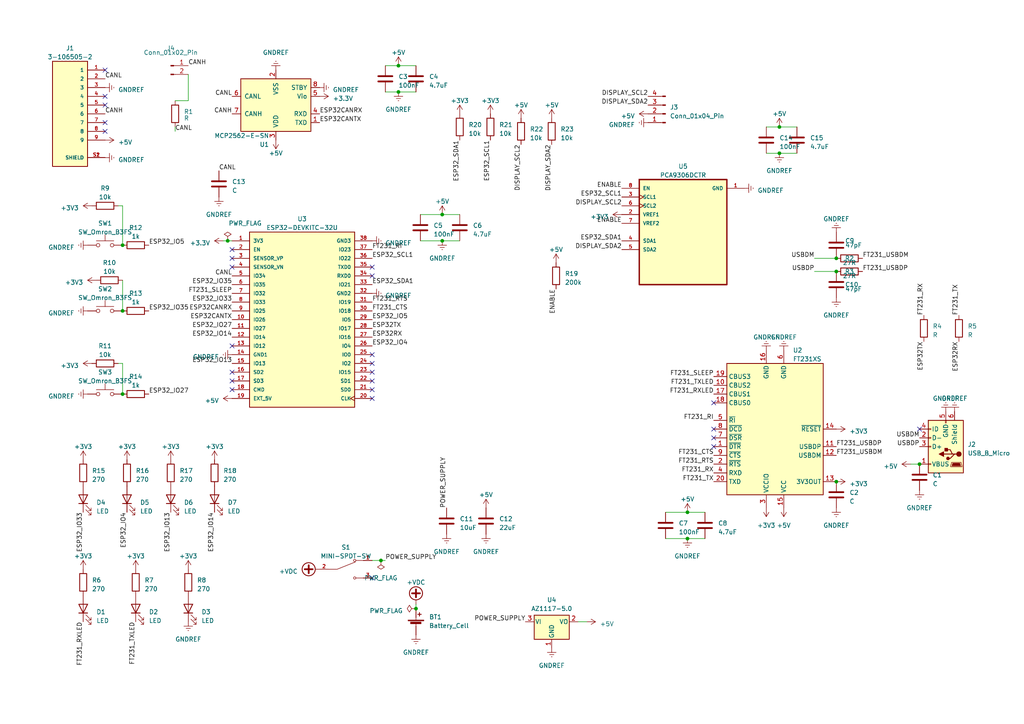
<source format=kicad_sch>
(kicad_sch (version 20230121) (generator eeschema)
  (paper "A4")
  (lib_symbols
    (symbol "3-106505-2:3-106505-2" (pin_names (offset 1.016))
      (property "Reference" "J" (at -5.0901 15.7792 0))
      (property "Value" "3-106505-2" (at -5.0883 -17.5546 0))
      (symbol "3-106505-2_0_0"
        (rectangle (start -5.08 -15.24) (end 5.08 15.24) (stroke (width 0.254)) (fill (type background)))
        (pin passive line (at 10.16 12.7 180) (length 5.08) (name "1") (number "1"))
        (pin passive line (at 10.16 10.16 180) (length 5.08) (name "2") (number "2"))
        (pin passive line (at 10.16 7.62 180) (length 5.08) (name "3") (number "3"))
        (pin passive line (at 10.16 5.08 180) (length 5.08) (name "4") (number "4"))
        (pin passive line (at 10.16 2.54 180) (length 5.08) (name "5") (number "5"))
        (pin passive line (at 10.16 0 180) (length 5.08) (name "6") (number "6"))
        (pin passive line (at 10.16 -2.54 180) (length 5.08) (name "7") (number "7"))
        (pin passive line (at 10.16 -5.08 180) (length 5.08) (name "8") (number "8"))
        (pin passive line (at 10.16 -7.62 180) (length 5.08) (name "9") (number "9"))
        (pin passive line (at 10.16 -12.7 180) (length 5.08) (name "SHIELD") (number "S1"))
        (pin passive line (at 10.16 -12.7 180) (length 5.08) (name "SHIELD") (number "S2"))
      )
    )
    (symbol "Connector:Conn_01x02_Pin" (pin_names (offset 1.016) hide)
      (property "Reference" "J" (at 0 2.54 0))
      (property "Value" "Conn_01x02_Pin" (at 0 -5.08 0))
      (symbol "Conn_01x02_Pin_1_1"
        (polyline (pts (xy 1.27 -2.54) (xy 0.8636 -2.54)) (stroke (width 0.1524)))
        (polyline (pts (xy 1.27 0) (xy 0.8636 0)) (stroke (width 0.1524)))
        (rectangle (start 0.8636 -2.413) (end 0 -2.667) (stroke (width 0.1524)) (fill (type outline)))
        (rectangle (start 0.8636 0.127) (end 0 -0.127) (stroke (width 0.1524)) (fill (type outline)))
        (pin passive line (at 5.08 0 180) (length 3.81) (name "Pin_1") (number "1"))
        (pin passive line (at 5.08 -2.54 180) (length 3.81) (name "Pin_2") (number "2"))
      )
    )
    (symbol "Connector:Conn_01x04_Pin" (pin_names (offset 1.016) hide)
      (property "Reference" "J" (at 0 5.08 0))
      (property "Value" "Conn_01x04_Pin" (at 0 -7.62 0))
      (symbol "Conn_01x04_Pin_1_1"
        (polyline (pts (xy 1.27 -5.08) (xy 0.8636 -5.08)) (stroke (width 0.1524)))
        (polyline (pts (xy 1.27 -2.54) (xy 0.8636 -2.54)) (stroke (width 0.1524)))
        (polyline (pts (xy 1.27 0) (xy 0.8636 0)) (stroke (width 0.1524)))
        (polyline (pts (xy 1.27 2.54) (xy 0.8636 2.54)) (stroke (width 0.1524)))
        (rectangle (start 0.8636 -4.953) (end 0 -5.207) (stroke (width 0.1524)) (fill (type outline)))
        (rectangle (start 0.8636 -2.413) (end 0 -2.667) (stroke (width 0.1524)) (fill (type outline)))
        (rectangle (start 0.8636 0.127) (end 0 -0.127) (stroke (width 0.1524)) (fill (type outline)))
        (rectangle (start 0.8636 2.667) (end 0 2.413) (stroke (width 0.1524)) (fill (type outline)))
        (pin passive line (at 5.08 2.54 180) (length 3.81) (name "Pin_1") (number "1"))
        (pin passive line (at 5.08 0 180) (length 3.81) (name "Pin_2") (number "2"))
        (pin passive line (at 5.08 -2.54 180) (length 3.81) (name "Pin_3") (number "3"))
        (pin passive line (at 5.08 -5.08 180) (length 3.81) (name "Pin_4") (number "4"))
      )
    )
    (symbol "Connector:USB_B_Micro" (pin_names (offset 1.016))
      (property "Reference" "J" (at -5.08 11.43 0))
      (property "Value" "USB_B_Micro" (at -5.08 8.89 0))
      (symbol "USB_B_Micro_0_1"
        (rectangle (start -5.08 -7.62) (end 5.08 7.62) (stroke (width 0.254)) (fill (type background)))
        (circle (center -3.81 2.159) (radius 0.635) (stroke (width 0.254)) (fill (type outline)))
        (circle (center -0.635 3.429) (radius 0.381) (stroke (width 0.254)) (fill (type outline)))
        (rectangle (start -0.127 -7.62) (end 0.127 -6.858))
        (polyline (pts (xy -1.905 2.159) (xy 0.635 2.159)) (stroke (width 0.254)))
        (polyline (pts (xy -3.175 2.159) (xy -2.54 2.159) (xy -1.27 3.429) (xy -0.635 3.429)) (stroke (width 0.254)))
        (polyline (pts (xy -2.54 2.159) (xy -1.905 2.159) (xy -1.27 0.889) (xy 0 0.889)) (stroke (width 0.254)))
        (polyline (pts (xy 0.635 2.794) (xy 0.635 1.524) (xy 1.905 2.159) (xy 0.635 2.794)) (stroke (width 0.254)) (fill (type outline)))
        (polyline (pts (xy -4.318 5.588) (xy -1.778 5.588) (xy -2.032 4.826) (xy -4.064 4.826) (xy -4.318 5.588)) (fill (type outline)))
        (polyline (pts (xy -4.699 5.842) (xy -4.699 5.588) (xy -4.445 4.826) (xy -4.445 4.572) (xy -1.651 4.572) (xy -1.651 4.826) (xy -1.397 5.588) (xy -1.397 5.842) (xy -4.699 5.842)))
        (rectangle (start 0.254 1.27) (end -0.508 0.508) (stroke (width 0.254)) (fill (type outline)))
        (rectangle (start 5.08 -5.207) (end 4.318 -4.953))
        (rectangle (start 5.08 -2.667) (end 4.318 -2.413))
        (rectangle (start 5.08 -0.127) (end 4.318 0.127))
        (rectangle (start 5.08 4.953) (end 4.318 5.207))
      )
      (symbol "USB_B_Micro_1_1"
        (pin power_out line (at 7.62 5.08 180) (length 2.54) (name "VBUS") (number "1"))
        (pin bidirectional line (at 7.62 -2.54 180) (length 2.54) (name "D-") (number "2"))
        (pin bidirectional line (at 7.62 0 180) (length 2.54) (name "D+") (number "3"))
        (pin passive line (at 7.62 -5.08 180) (length 2.54) (name "ID") (number "4"))
        (pin power_out line (at 0 -10.16 90) (length 2.54) (name "GND") (number "5"))
        (pin passive line (at -2.54 -10.16 90) (length 2.54) (name "Shield") (number "6"))
      )
    )
    (symbol "Device:Battery_Cell" (pin_numbers hide) (pin_names (offset 0) hide)
      (property "Reference" "BT" (at 2.54 2.54 0))
      (property "Value" "Battery_Cell" (at 2.54 0 0))
      (symbol "Battery_Cell_0_1"
        (rectangle (start -2.286 1.778) (end 2.286 1.524) (fill (type outline)))
        (rectangle (start -1.5748 1.1938) (end 1.4732 0.6858) (fill (type outline)))
        (polyline (pts (xy 0 0.762) (xy 0 0)))
        (polyline (pts (xy 0 1.778) (xy 0 2.54)))
        (polyline (pts (xy 0.508 3.429) (xy 1.524 3.429)) (stroke (width 0.254)))
        (polyline (pts (xy 1.016 3.937) (xy 1.016 2.921)) (stroke (width 0.254)))
      )
      (symbol "Battery_Cell_1_1"
        (pin passive line (at 0 5.08 270) (length 2.54) (name "+") (number "1"))
        (pin passive line (at 0 -2.54 90) (length 2.54) (name "-") (number "2"))
      )
    )
    (symbol "Device:C" (pin_numbers hide) (pin_names (offset 0.254))
      (property "Reference" "C" (at 0.635 2.54 0))
      (property "Value" "C" (at 0.635 -2.54 0))
      (symbol "C_0_1"
        (polyline (pts (xy -2.032 -0.762) (xy 2.032 -0.762)) (stroke (width 0.508)))
        (polyline (pts (xy -2.032 0.762) (xy 2.032 0.762)) (stroke (width 0.508)))
      )
      (symbol "C_1_1"
        (pin passive line (at 0 3.81 270) (length 2.794) (name "~") (number "1"))
        (pin passive line (at 0 -3.81 90) (length 2.794) (name "~") (number "2"))
      )
    )
    (symbol "Device:LED" (pin_numbers hide) (pin_names (offset 1.016) hide)
      (property "Reference" "D" (at 0 2.54 0))
      (property "Value" "LED" (at 0 -2.54 0))
      (symbol "LED_0_1"
        (polyline (pts (xy -1.27 -1.27) (xy -1.27 1.27)) (stroke (width 0.254)))
        (polyline (pts (xy -1.27 0) (xy 1.27 0)))
        (polyline (pts (xy 1.27 -1.27) (xy 1.27 1.27) (xy -1.27 0) (xy 1.27 -1.27)) (stroke (width 0.254)))
        (polyline (pts (xy -3.048 -0.762) (xy -4.572 -2.286) (xy -3.81 -2.286) (xy -4.572 -2.286) (xy -4.572 -1.524)))
        (polyline (pts (xy -1.778 -0.762) (xy -3.302 -2.286) (xy -2.54 -2.286) (xy -3.302 -2.286) (xy -3.302 -1.524)))
      )
      (symbol "LED_1_1"
        (pin passive line (at -3.81 0 0) (length 2.54) (name "K") (number "1"))
        (pin passive line (at 3.81 0 180) (length 2.54) (name "A") (number "2"))
      )
    )
    (symbol "Device:R" (pin_numbers hide) (pin_names (offset 0))
      (property "Reference" "R" (at 2.032 0 90))
      (property "Value" "R" (at 0 0 90))
      (symbol "R_0_1"
        (rectangle (start -1.016 -2.54) (end 1.016 2.54) (stroke (width 0.254)))
      )
      (symbol "R_1_1"
        (pin passive line (at 0 3.81 270) (length 1.27) (name "~") (number "1"))
        (pin passive line (at 0 -3.81 90) (length 1.27) (name "~") (number "2"))
      )
    )
    (symbol "ESP32-DEVKITC-32U:ESP32-DEVKITC-32U" (pin_names (offset 1.016))
      (property "Reference" "U" (at -15.2572 26.0643 0))
      (property "Value" "ESP32-DEVKITC-32U" (at -15.2563 -27.9698 0))
      (symbol "ESP32-DEVKITC-32U_0_0"
        (rectangle (start -15.24 -25.4) (end 15.24 25.4) (stroke (width 0.254)) (fill (type background)))
        (pin power_in line (at -20.32 22.86 0) (length 5.08) (name "3V3") (number "1"))
        (pin bidirectional line (at -20.32 0 0) (length 5.08) (name "IO26") (number "10"))
        (pin bidirectional line (at -20.32 -2.54 0) (length 5.08) (name "IO27") (number "11"))
        (pin bidirectional line (at -20.32 -5.08 0) (length 5.08) (name "IO14") (number "12"))
        (pin bidirectional line (at -20.32 -7.62 0) (length 5.08) (name "IO12") (number "13"))
        (pin power_in line (at -20.32 -10.16 0) (length 5.08) (name "GND1") (number "14"))
        (pin bidirectional line (at -20.32 -12.7 0) (length 5.08) (name "IO13") (number "15"))
        (pin bidirectional line (at -20.32 -15.24 0) (length 5.08) (name "SD2") (number "16"))
        (pin bidirectional line (at -20.32 -17.78 0) (length 5.08) (name "SD3") (number "17"))
        (pin bidirectional line (at -20.32 -20.32 0) (length 5.08) (name "CMD") (number "18"))
        (pin power_in line (at -20.32 -22.86 0) (length 5.08) (name "EXT_5V") (number "19"))
        (pin input line (at -20.32 20.32 0) (length 5.08) (name "EN") (number "2"))
        (pin input clock (at 20.32 -22.86 180) (length 5.08) (name "CLK") (number "20"))
        (pin bidirectional line (at 20.32 -20.32 180) (length 5.08) (name "SD0") (number "21"))
        (pin bidirectional line (at 20.32 -17.78 180) (length 5.08) (name "SD1") (number "22"))
        (pin bidirectional line (at 20.32 -15.24 180) (length 5.08) (name "IO15") (number "23"))
        (pin bidirectional line (at 20.32 -12.7 180) (length 5.08) (name "IO2") (number "24"))
        (pin bidirectional line (at 20.32 -10.16 180) (length 5.08) (name "IO0") (number "25"))
        (pin bidirectional line (at 20.32 -7.62 180) (length 5.08) (name "IO4") (number "26"))
        (pin bidirectional line (at 20.32 -5.08 180) (length 5.08) (name "IO16") (number "27"))
        (pin bidirectional line (at 20.32 -2.54 180) (length 5.08) (name "IO17") (number "28"))
        (pin bidirectional line (at 20.32 0 180) (length 5.08) (name "IO5") (number "29"))
        (pin input line (at -20.32 17.78 0) (length 5.08) (name "SENSOR_VP") (number "3"))
        (pin bidirectional line (at 20.32 2.54 180) (length 5.08) (name "IO18") (number "30"))
        (pin bidirectional line (at 20.32 5.08 180) (length 5.08) (name "IO19") (number "31"))
        (pin power_in line (at 20.32 7.62 180) (length 5.08) (name "GND2") (number "32"))
        (pin bidirectional line (at 20.32 10.16 180) (length 5.08) (name "IO21") (number "33"))
        (pin input line (at 20.32 12.7 180) (length 5.08) (name "RXD0") (number "34"))
        (pin output line (at 20.32 15.24 180) (length 5.08) (name "TXD0") (number "35"))
        (pin bidirectional line (at 20.32 17.78 180) (length 5.08) (name "IO22") (number "36"))
        (pin bidirectional line (at 20.32 20.32 180) (length 5.08) (name "IO23") (number "37"))
        (pin power_in line (at 20.32 22.86 180) (length 5.08) (name "GND3") (number "38"))
        (pin input line (at -20.32 15.24 0) (length 5.08) (name "SENSOR_VN") (number "4"))
        (pin bidirectional line (at -20.32 12.7 0) (length 5.08) (name "IO34") (number "5"))
        (pin bidirectional line (at -20.32 10.16 0) (length 5.08) (name "IO35") (number "6"))
        (pin bidirectional line (at -20.32 7.62 0) (length 5.08) (name "IO32") (number "7"))
        (pin bidirectional line (at -20.32 5.08 0) (length 5.08) (name "IO33") (number "8"))
        (pin bidirectional line (at -20.32 2.54 0) (length 5.08) (name "IO25") (number "9"))
      )
    )
    (symbol "Interface_CAN_LIN:MCP2562-E-SN" (pin_names (offset 1.016))
      (property "Reference" "U" (at -10.16 8.89 0))
      (property "Value" "MCP2562-E-SN" (at 2.54 8.89 0))
      (symbol "MCP2562-E-SN_0_1"
        (rectangle (start -10.16 7.62) (end 10.16 -7.62) (stroke (width 0.254)) (fill (type background)))
      )
      (symbol "MCP2562-E-SN_1_1"
        (pin input line (at -12.7 5.08 0) (length 2.54) (name "TXD") (number "1"))
        (pin power_in line (at 0 -10.16 90) (length 2.54) (name "VSS") (number "2"))
        (pin power_in line (at 0 10.16 270) (length 2.54) (name "VDD") (number "3"))
        (pin output line (at -12.7 2.54 0) (length 2.54) (name "RXD") (number "4"))
        (pin power_in line (at -12.7 -2.54 0) (length 2.54) (name "Vio") (number "5"))
        (pin bidirectional line (at 12.7 -2.54 180) (length 2.54) (name "CANL") (number "6"))
        (pin bidirectional line (at 12.7 2.54 180) (length 2.54) (name "CANH") (number "7"))
        (pin input line (at -12.7 -5.08 0) (length 2.54) (name "STBY") (number "8"))
      )
    )
    (symbol "Interface_USB:FT231XS"
      (property "Reference" "U" (at -13.97 20.32 0))
      (property "Value" "FT231XS" (at 7.62 20.32 0))
      (symbol "FT231XS_0_1"
        (rectangle (start -13.97 19.05) (end 13.97 -19.05) (stroke (width 0.254)) (fill (type background)))
      )
      (symbol "FT231XS_1_1"
        (pin output line (at 17.78 5.08 180) (length 3.81) (name "~{DTR}") (number "1"))
        (pin bidirectional line (at 17.78 -12.7 180) (length 3.81) (name "CBUS2") (number "10"))
        (pin bidirectional line (at -17.78 5.08 0) (length 3.81) (name "USBDP") (number "11"))
        (pin bidirectional line (at -17.78 7.62 0) (length 3.81) (name "USBDM") (number "12"))
        (pin power_out line (at -17.78 15.24 0) (length 3.81) (name "3V3OUT") (number "13"))
        (pin input line (at -17.78 0 0) (length 3.81) (name "~{RESET}") (number "14"))
        (pin power_in line (at -2.54 22.86 270) (length 3.81) (name "VCC") (number "15"))
        (pin power_in line (at 2.54 -22.86 90) (length 3.81) (name "GND") (number "16"))
        (pin bidirectional line (at 17.78 -10.16 180) (length 3.81) (name "CBUS1") (number "17"))
        (pin bidirectional line (at 17.78 -7.62 180) (length 3.81) (name "CBUS0") (number "18"))
        (pin bidirectional line (at 17.78 -15.24 180) (length 3.81) (name "CBUS3") (number "19"))
        (pin output line (at 17.78 10.16 180) (length 3.81) (name "~{RTS}") (number "2"))
        (pin output line (at 17.78 15.24 180) (length 3.81) (name "TXD") (number "20"))
        (pin power_in line (at 2.54 22.86 270) (length 3.81) (name "VCCIO") (number "3"))
        (pin input line (at 17.78 12.7 180) (length 3.81) (name "RXD") (number "4"))
        (pin input line (at 17.78 -2.54 180) (length 3.81) (name "~{RI}") (number "5"))
        (pin power_in line (at -2.54 -22.86 90) (length 3.81) (name "GND") (number "6"))
        (pin input line (at 17.78 2.54 180) (length 3.81) (name "~{DSR}") (number "7"))
        (pin input line (at 17.78 0 180) (length 3.81) (name "~{DCD}") (number "8"))
        (pin input line (at 17.78 7.62 180) (length 3.81) (name "~{CTS}") (number "9"))
      )
    )
    (symbol "MINI-SPDT-SW:MINI-SPDT-SW" (pin_names (offset 1.016))
      (property "Reference" "S" (at -2.54 5.08 0))
      (property "Value" "MINI-SPDT-SW" (at -2.54 -5.08 0))
      (symbol "MINI-SPDT-SW_0_0"
        (polyline (pts (xy -2.54 0) (xy -5.08 0)) (stroke (width 0.1524)))
        (polyline (pts (xy -2.54 0) (xy 2.794 2.1336)) (stroke (width 0.1524)))
        (polyline (pts (xy 5.08 -2.54) (xy 2.921 -2.54)) (stroke (width 0.1524)))
        (polyline (pts (xy 5.08 2.54) (xy 2.921 2.54)) (stroke (width 0.1524)))
        (circle (center 2.54 -2.54) (radius 0.3302) (stroke (width 0.1524)))
        (circle (center 2.54 2.54) (radius 0.3302) (stroke (width 0.1524)))
        (pin passive line (at 7.62 2.54 180) (length 2.54) (name "~") (number "1"))
        (pin passive line (at -7.62 0 0) (length 2.54) (name "~") (number "2"))
        (pin passive line (at 7.62 -2.54 180) (length 2.54) (name "~") (number "3"))
      )
    )
    (symbol "PCA9306DCTR:PCA9306DCTR" (pin_names (offset 1.016))
      (property "Reference" "U" (at -12.7 16.24 0))
      (property "Value" "PCA9306DCTR" (at -12.7 -19.24 0))
      (symbol "PCA9306DCTR_0_0"
        (rectangle (start -12.7 -15.24) (end 12.7 15.24) (stroke (width 0.41)) (fill (type background)))
        (pin power_in line (at 17.78 12.7 180) (length 5.08) (name "GND") (number "1"))
        (pin input line (at -17.78 5.08 0) (length 5.08) (name "VREF1") (number "2"))
        (pin input clock (at -17.78 10.16 0) (length 5.08) (name "SCL1") (number "3"))
        (pin bidirectional line (at -17.78 -2.54 0) (length 5.08) (name "SDA1") (number "4"))
        (pin bidirectional line (at -17.78 -5.08 0) (length 5.08) (name "SDA2") (number "5"))
        (pin input clock (at -17.78 7.62 0) (length 5.08) (name "SCL2") (number "6"))
        (pin input line (at -17.78 2.54 0) (length 5.08) (name "VREF2") (number "7"))
        (pin input line (at -17.78 12.7 0) (length 5.08) (name "EN") (number "8"))
      )
    )
    (symbol "Regulator_Linear:AZ1117-5.0" (pin_names (offset 0.254))
      (property "Reference" "U" (at -3.81 3.175 0))
      (property "Value" "AZ1117-5.0" (at 0 3.175 0))
      (symbol "AZ1117-5.0_0_1"
        (rectangle (start -5.08 1.905) (end 5.08 -5.08) (stroke (width 0.254)) (fill (type background)))
      )
      (symbol "AZ1117-5.0_1_1"
        (pin power_in line (at 0 -7.62 90) (length 2.54) (name "GND") (number "1"))
        (pin power_out line (at 7.62 0 180) (length 2.54) (name "VO") (number "2"))
        (pin power_in line (at -7.62 0 0) (length 2.54) (name "VI") (number "3"))
      )
    )
    (symbol "Switch:SW_Omron_B3FS" (pin_numbers hide) (pin_names (offset 1.016) hide)
      (property "Reference" "SW" (at 1.27 2.54 0))
      (property "Value" "SW_Omron_B3FS" (at 0 -1.524 0))
      (symbol "SW_Omron_B3FS_0_1"
        (circle (center -2.032 0) (radius 0.508))
        (polyline (pts (xy 0 1.27) (xy 0 3.048)))
        (polyline (pts (xy 2.54 1.27) (xy -2.54 1.27)))
        (circle (center 2.032 0) (radius 0.508))
        (pin passive line (at -5.08 0 0) (length 2.54) (name "1") (number "1"))
        (pin passive line (at 5.08 0 180) (length 2.54) (name "2") (number "2"))
      )
    )
    (symbol "power:+3.3V" (power) (pin_names (offset 0))
      (property "Value" "+3.3V" (at 0 3.556 0))
      (symbol "+3.3V_0_1"
        (polyline (pts (xy -0.762 1.27) (xy 0 2.54)))
        (polyline (pts (xy 0 0) (xy 0 2.54)))
        (polyline (pts (xy 0 2.54) (xy 0.762 1.27)))
      )
      (symbol "+3.3V_1_1"
        (pin power_in line (at 0 0 90) (length 0) hide (name "+3.3V") (number "1"))
      )
    )
    (symbol "power:+3V3" (power) (pin_names (offset 0))
      (property "Value" "+3V3" (at 0 3.556 0))
      (symbol "+3V3_0_1"
        (polyline (pts (xy -0.762 1.27) (xy 0 2.54)))
        (polyline (pts (xy 0 0) (xy 0 2.54)))
        (polyline (pts (xy 0 2.54) (xy 0.762 1.27)))
      )
      (symbol "+3V3_1_1"
        (pin power_in line (at 0 0 90) (length 0) hide (name "+3V3") (number "1"))
      )
    )
    (symbol "power:+5V" (power) (pin_names (offset 0))
      (property "Value" "+5V" (at 0 3.556 0))
      (symbol "+5V_0_1"
        (polyline (pts (xy -0.762 1.27) (xy 0 2.54)))
        (polyline (pts (xy 0 0) (xy 0 2.54)))
        (polyline (pts (xy 0 2.54) (xy 0.762 1.27)))
      )
      (symbol "+5V_1_1"
        (pin power_in line (at 0 0 90) (length 0) hide (name "+5V") (number "1"))
      )
    )
    (symbol "power:+VDC" (power) (pin_names (offset 0))
      (property "Value" "+VDC" (at 0 6.35 0))
      (symbol "+VDC_0_1"
        (polyline (pts (xy -1.143 3.175) (xy 1.143 3.175)) (stroke (width 0.508)))
        (polyline (pts (xy 0 0) (xy 0 1.27)))
        (polyline (pts (xy 0 2.032) (xy 0 4.318)) (stroke (width 0.508)))
        (circle (center 0 3.175) (radius 1.905) (stroke (width 0.254)))
      )
      (symbol "+VDC_1_1"
        (pin power_in line (at 0 0 90) (length 0) hide (name "+VDC") (number "1"))
      )
    )
    (symbol "power:GNDREF" (power) (pin_names (offset 0))
      (property "Value" "GNDREF" (at 0 -3.81 0))
      (symbol "GNDREF_0_1"
        (polyline (pts (xy -0.635 -1.905) (xy 0.635 -1.905)))
        (polyline (pts (xy -0.127 -2.54) (xy 0.127 -2.54)))
        (polyline (pts (xy 0 -1.27) (xy 0 0)))
        (polyline (pts (xy 1.27 -1.27) (xy -1.27 -1.27)))
      )
      (symbol "GNDREF_1_1"
        (pin power_in line (at 0 0 270) (length 0) hide (name "GNDREF") (number "1"))
      )
    )
    (symbol "power:PWR_FLAG" (power) (pin_numbers hide) (pin_names (offset 0) hide)
      (property "Value" "PWR_FLAG" (at 0 3.81 0))
      (symbol "PWR_FLAG_0_0"
        (pin power_out line (at 0 0 90) (length 0) (name "pwr") (number "1"))
      )
      (symbol "PWR_FLAG_0_1"
        (polyline (pts (xy 0 0) (xy 0 1.27) (xy -1.016 1.905) (xy 0 2.54) (xy 1.016 1.905) (xy 0 1.27)))
      )
    )
  )
  (junction (at 199.39 156.21))
  (junction (at 199.39 148.59))
  (junction (at 128.27 69.85))
  (junction (at 35.56 71.12))
  (junction (at 115.57 26.67))
  (junction (at 242.57 78.74))
  (junction (at 115.57 19.05))
  (junction (at 120.65 176.53))
  (junction (at 266.7 134.62))
  (junction (at 242.57 139.7))
  (junction (at 242.57 74.93))
  (junction (at 226.06 44.45))
  (junction (at 128.27 62.23))
  (junction (at 66.04 69.85))
  (junction (at 35.56 114.3))
  (junction (at 35.56 90.17))
  (junction (at 226.06 36.83))
  (junction (at 110.49 162.56))
  (no_connect (at 107.95 110.49))
  (no_connect (at 30.48 38.1))
  (no_connect (at 207.01 116.84))
  (no_connect (at 67.31 107.95))
  (no_connect (at 207.01 129.54))
  (no_connect (at 30.48 20.32))
  (no_connect (at 107.95 77.47))
  (no_connect (at 30.48 27.94))
  (no_connect (at 107.95 115.57))
  (no_connect (at 107.95 105.41))
  (no_connect (at 207.01 124.46))
  (no_connect (at 107.95 80.01))
  (no_connect (at 30.48 35.56))
  (no_connect (at 207.01 127))
  (no_connect (at 67.31 74.93))
  (no_connect (at 107.95 113.03))
  (no_connect (at 67.31 100.33))
  (no_connect (at 67.31 110.49))
  (no_connect (at 107.95 107.95))
  (no_connect (at 107.95 102.87))
  (no_connect (at 67.31 77.47))
  (no_connect (at 30.48 30.48))
  (no_connect (at 266.7 124.46))
  (no_connect (at 67.31 113.03))
  (no_connect (at 107.95 167.64))
  (no_connect (at 67.31 72.39))
  (wire (pts (xy 50.8 38.1) (xy 50.8 36.83)))
  (wire (pts (xy 111.76 26.67) (xy 115.57 26.67)))
  (wire (pts (xy 128.27 69.85) (xy 133.35 69.85)))
  (wire (pts (xy 167.64 180.34) (xy 170.18 180.34)))
  (wire (pts (xy 236.22 74.93) (xy 242.57 74.93)))
  (wire (pts (xy 54.61 21.59) (xy 54.61 29.21)))
  (wire (pts (xy 115.57 19.05) (xy 120.65 19.05)))
  (wire (pts (xy 120.65 175.26) (xy 120.65 176.53)))
  (wire (pts (xy 111.76 19.05) (xy 115.57 19.05)))
  (wire (pts (xy 115.57 26.67) (xy 120.65 26.67)))
  (wire (pts (xy 121.92 62.23) (xy 128.27 62.23)))
  (wire (pts (xy 64.77 69.85) (xy 66.04 69.85)))
  (wire (pts (xy 264.16 134.62) (xy 266.7 134.62)))
  (wire (pts (xy 199.39 156.21) (xy 204.47 156.21)))
  (wire (pts (xy 54.61 29.21) (xy 50.8 29.21)))
  (wire (pts (xy 66.04 69.85) (xy 67.31 69.85)))
  (wire (pts (xy 111.76 162.56) (xy 110.49 162.56)))
  (wire (pts (xy 199.39 148.59) (xy 204.47 148.59)))
  (wire (pts (xy 193.04 156.21) (xy 199.39 156.21)))
  (wire (pts (xy 35.56 105.41) (xy 35.56 114.3)))
  (wire (pts (xy 34.29 105.41) (xy 35.56 105.41)))
  (wire (pts (xy 34.29 59.69) (xy 35.56 59.69)))
  (wire (pts (xy 121.92 69.85) (xy 128.27 69.85)))
  (wire (pts (xy 35.56 81.28) (xy 35.56 90.17)))
  (wire (pts (xy 222.25 36.83) (xy 226.06 36.83)))
  (wire (pts (xy 193.04 148.59) (xy 199.39 148.59)))
  (wire (pts (xy 236.22 78.74) (xy 242.57 78.74)))
  (wire (pts (xy 128.27 62.23) (xy 133.35 62.23)))
  (wire (pts (xy 226.06 44.45) (xy 231.14 44.45)))
  (wire (pts (xy 222.25 44.45) (xy 226.06 44.45)))
  (wire (pts (xy 110.49 162.56) (xy 107.95 162.56)))
  (wire (pts (xy 35.56 59.69) (xy 35.56 71.12)))
  (wire (pts (xy 226.06 36.83) (xy 231.14 36.83)))
  (label "ESP32_SDA1" (at 180.34 69.85 180))
  (label "ESP32CANRX" (at 67.31 90.17 180))
  (label "ESP32_IO33" (at 67.31 87.63 180))
  (label "USBDP" (at 236.22 78.74 180))
  (label "DISPLAY_SDA2" (at 180.34 72.39 180))
  (label "ESP32_IO27" (at 43.18 114.3 0))
  (label "ESP32_IO35" (at 43.18 90.17 0))
  (label "ENABLE" (at 180.34 54.61 180))
  (label "CANH" (at 54.61 19.05 0))
  (label "DISPLAY_SDA2" (at 187.96 30.48 180))
  (label "DISPLAY_SCL2" (at 187.96 27.94 180))
  (label "ESP32_IO4" (at 36.83 148.59 270))
  (label "ESP32CANTX" (at 67.31 92.71 180))
  (label "FT231_CTS" (at 107.95 90.17 0))
  (label "DISPLAY_SCL2" (at 151.13 41.91 270))
  (label "ESP32_SDA1" (at 133.35 40.64 270))
  (label "FT231_RI" (at 107.95 72.39 0))
  (label "USBDM" (at 266.7 127 180))
  (label "FT231_RXLED" (at 24.13 180.34 270))
  (label "CANH" (at 67.31 33.02 180))
  (label "FT231_CTS" (at 207.01 132.08 180))
  (label "ESP32_IO5" (at 107.95 92.71 0))
  (label "CANL" (at 50.8 38.1 0))
  (label "ESP32_IO4" (at 107.95 100.33 0))
  (label "ESP32_SCL1" (at 142.24 40.64 270))
  (label "FT231_RXLED" (at 207.01 114.3 180))
  (label "FT231_RX" (at 207.01 137.16 180))
  (label "ESP32_IO14" (at 62.23 148.59 270))
  (label "FT231_SLEEP" (at 207.01 109.22 180))
  (label "ESP32_IO14" (at 67.31 97.79 180))
  (label "FT231_USBDM" (at 250.19 74.93 0))
  (label "ESP32TX" (at 267.97 99.06 270))
  (label "DISPLAY_SDA2" (at 160.02 41.91 270))
  (label "CANL" (at 30.48 22.86 0))
  (label "POWER_SUPPLY" (at 129.54 147.32 90))
  (label "ESP32_SCL1" (at 180.34 57.15 180))
  (label "FT231_TX" (at 278.13 91.44 90))
  (label "FT231_TXLED" (at 39.37 180.34 270))
  (label "FT231_TX" (at 207.01 139.7 180))
  (label "ESP32_IO27" (at 67.31 95.25 180))
  (label "ESP32_IO13" (at 67.31 105.41 180))
  (label "ESP32_IO33" (at 24.13 148.59 270))
  (label "FT231_USBDM" (at 242.57 132.08 0))
  (label "ESP32RX" (at 278.13 99.06 270))
  (label "FT231_RI" (at 207.01 121.92 180))
  (label "ESP32CANTX" (at 92.71 35.56 0))
  (label "CANH" (at 30.48 33.02 0))
  (label "DISPLAY_SCL2" (at 180.34 59.69 180))
  (label "FT231_RTS" (at 207.01 134.62 180))
  (label "ESP32TX" (at 107.95 95.25 0))
  (label "FT231_RTS" (at 107.95 87.63 0))
  (label "ENABLE" (at 161.29 83.82 270))
  (label "ESP32_SDA1" (at 107.95 82.55 0))
  (label "POWER_SUPPLY" (at 111.76 162.56 0))
  (label "CANL" (at 63.5 49.53 0))
  (label "USBDP" (at 266.7 129.54 180))
  (label "FT231_TXLED" (at 207.01 111.76 180))
  (label "USBDM" (at 236.22 74.93 180))
  (label "FT231_USBDP" (at 250.19 78.74 0))
  (label "ESP32_IO35" (at 67.31 82.55 180))
  (label "CANL" (at 67.31 27.94 180))
  (label "ENABLE" (at 180.34 64.77 180))
  (label "FT231_USBDP" (at 242.57 129.54 0))
  (label "ESP32CANRX" (at 92.71 33.02 0))
  (label "CANL" (at 67.31 80.01 180))
  (label "ESP32_IO5" (at 43.18 71.12 0))
  (label "FT231_SLEEP" (at 67.31 85.09 180))
  (label "ESP32_SCL1" (at 107.95 74.93 0))
  (label "POWER_SUPPLY" (at 152.4 180.34 180))
  (label "ESP32_IO13" (at 49.53 148.59 270))
  (label "FT231_RX" (at 267.97 91.44 90))
  (label "ESP32RX" (at 107.95 97.79 0))
  (symbol (lib_id "power:GNDREF") (at 187.96 35.56 270) (unit 1)
    (property "Reference" "#PWR042" (effects hide))
    (property "Value" "GNDREF" (at 184.15 36.195 90) (effects (justify right)))
  )
  (symbol (lib_id "power:+3V3") (at 180.34 62.23 90) (unit 1)
    (property "Reference" "#PWR056" (effects hide))
    (property "Value" "+3V3" (at 176.53 62.865 90) (effects (justify left)))
  )
  (symbol (lib_id "Device:R") (at 39.37 114.3 90) (unit 1)
    (property "Reference" "R14" (at 39.37 109.22 90))
    (property "Value" "1k" (at 39.37 111.76 90))
  )
  (symbol (lib_id "power:GNDREF") (at 54.61 180.34 0) (unit 1)
    (property "Reference" "#PWR032" (effects hide))
    (property "Value" "GNDREF" (at 54.61 185.42 0))
  )
  (symbol (lib_id "Connector:Conn_01x02_Pin") (at 49.53 19.05 0) (unit 1)
    (property "Reference" "J4" (at 49.53 13.97 0))
    (property "Value" "Conn_01x02_Pin" (at 49.53 15.24 0))
  )
  (symbol (lib_id "Interface_CAN_LIN:MCP2562-E-SN") (at 80.01 30.48 180) (unit 1)
    (property "Reference" "U1" (at 78.0541 41.91 0) (effects (justify left)))
    (property "Value" "MCP2562-E-SN" (at 78.0541 39.37 0) (effects (justify left)))
    (property "Footprint" "Package_SO:SOIC-8_3.9x4.9mm_P1.27mm" (effects hide))
    (property "Datasheet" "http://ww1.microchip.com/downloads/en/DeviceDoc/25167A.pdf" (effects hide))
  )
  (symbol (lib_id "Device:R") (at 24.13 168.91 0) (unit 1)
    (property "Reference" "R6" (at 26.67 168.275 0) (effects (justify left)))
    (property "Value" "270" (at 26.67 170.815 0) (effects (justify left)))
  )
  (symbol (lib_id "power:+3V3") (at 54.61 165.1 0) (unit 1)
    (property "Reference" "#PWR031" (effects hide))
    (property "Value" "+3V3" (at 54.61 161.29 0))
  )
  (symbol (lib_id "power:+3.3V") (at 92.71 27.94 270) (unit 1)
    (property "Reference" "#PWR013" (effects hide))
    (property "Value" "+3.3V" (at 96.52 28.575 90) (effects (justify left)))
  )
  (symbol (lib_id "power:GNDREF") (at 199.39 156.21 0) (unit 1)
    (property "Reference" "#PWR026" (effects hide))
    (property "Value" "GNDREF" (at 199.39 161.29 0))
  )
  (symbol (lib_id "power:GNDREF") (at 92.71 25.4 90) (unit 1)
    (property "Reference" "#PWR011" (effects hide))
    (property "Value" "GNDREF" (at 96.52 26.035 90) (effects (justify right)))
  )
  (symbol (lib_id "Device:R") (at 54.61 168.91 0) (unit 1)
    (property "Reference" "R8" (at 57.15 168.275 0) (effects (justify left)))
    (property "Value" "270" (at 57.15 170.815 0) (effects (justify left)))
  )
  (symbol (lib_id "Connector:Conn_01x04_Pin") (at 193.04 33.02 180) (unit 1)
    (property "Reference" "J3" (at 194.31 31.115 0) (effects (justify right)))
    (property "Value" "Conn_01x04_Pin" (at 194.31 33.655 0) (effects (justify right)))
  )
  (symbol (lib_id "Regulator_Linear:AZ1117-5.0") (at 160.02 180.34 0) (unit 1)
    (property "Reference" "U4" (at 160.02 173.99 0))
    (property "Value" "AZ1117-5.0" (at 160.02 176.53 0))
    (property "Datasheet" "https://www.diodes.com/assets/Datasheets/AZ1117.pdf" (effects hide))
  )
  (symbol (lib_id "power:+3V3") (at 27.94 81.28 90) (unit 1)
    (property "Reference" "#PWR047" (effects hide))
    (property "Value" "+3V3" (at 24.13 81.915 90) (effects (justify left)))
  )
  (symbol (lib_id "power:GNDREF") (at 25.4 114.3 270) (unit 1)
    (property "Reference" "#PWR045" (effects hide))
    (property "Value" "GNDREF" (at 21.59 114.935 90) (effects (justify right)))
  )
  (symbol (lib_id "Device:C") (at 222.25 40.64 0) (unit 1)
    (property "Reference" "C14" (at 226.06 40.005 0) (effects (justify left)))
    (property "Value" "100nF" (at 226.06 42.545 0) (effects (justify left)))
  )
  (symbol (lib_id "power:GNDREF") (at 226.06 44.45 0) (unit 1)
    (property "Reference" "#PWR065" (effects hide))
    (property "Value" "GNDREF" (at 226.06 49.53 0))
  )
  (symbol (lib_id "Device:C") (at 63.5 53.34 0) (unit 1)
    (property "Reference" "C13" (at 67.31 52.705 0) (effects (justify left)))
    (property "Value" "C" (at 67.31 55.245 0) (effects (justify left)))
  )
  (symbol (lib_id "MINI-SPDT-SW:MINI-SPDT-SW") (at 100.33 165.1 0) (unit 1)
    (property "Reference" "S1" (at 100.33 158.75 0))
    (property "Value" "MINI-SPDT-SW" (at 100.33 161.29 0))
    (property "Footprint" "SW_MINI-SPDT-SW" (effects hide))
    (property "PARTREV" "C" (effects hide))
    (property "STANDARD" "Manufacturer Recommendations" (effects hide))
    (property "MANUFACTURER" "GRAVITECH" (effects hide))
  )
  (symbol (lib_id "power:GNDREF") (at 160.02 187.96 0) (unit 1)
    (property "Reference" "#PWR035" (effects hide))
    (property "Value" "GNDREF" (at 160.02 193.04 0))
  )
  (symbol (lib_id "Device:R") (at 246.38 74.93 270) (unit 1)
    (property "Reference" "R2" (at 246.38 74.93 90))
    (property "Value" "27R" (at 246.38 76.2 90))
  )
  (symbol (lib_id "Device:R") (at 24.13 137.16 0) (unit 1)
    (property "Reference" "R15" (at 26.67 136.525 0) (effects (justify left)))
    (property "Value" "270" (at 26.67 139.065 0) (effects (justify left)))
  )
  (symbol (lib_id "power:+3V3") (at 62.23 133.35 0) (unit 1)
    (property "Reference" "#PWR054" (effects hide))
    (property "Value" "+3V3" (at 62.23 129.54 0))
  )
  (symbol (lib_id "power:+3V3") (at 26.67 59.69 90) (unit 1)
    (property "Reference" "#PWR046" (effects hide))
    (property "Value" "+3V3" (at 22.86 60.325 90) (effects (justify left)))
  )
  (symbol (lib_id "Device:C") (at 121.92 66.04 0) (unit 1)
    (property "Reference" "C5" (at 125.73 65.405 0) (effects (justify left)))
    (property "Value" "100nF" (at 125.73 67.945 0) (effects (justify left)))
  )
  (symbol (lib_id "power:+3V3") (at 49.53 133.35 0) (unit 1)
    (property "Reference" "#PWR053" (effects hide))
    (property "Value" "+3V3" (at 49.53 129.54 0))
  )
  (symbol (lib_id "Device:Battery_Cell") (at 120.65 181.61 0) (unit 1)
    (property "Reference" "BT1" (at 124.46 178.943 0) (effects (justify left)))
    (property "Value" "Battery_Cell" (at 124.46 181.483 0) (effects (justify left)))
  )
  (symbol (lib_id "Device:R") (at 267.97 95.25 0) (unit 1)
    (property "Reference" "R4" (at 270.51 94.615 0) (effects (justify left)))
    (property "Value" "R" (at 270.51 97.155 0) (effects (justify left)))
  )
  (symbol (lib_id "power:GNDREF") (at 107.95 85.09 90) (unit 1)
    (property "Reference" "#PWR019" (effects hide))
    (property "Value" "GNDREF" (at 111.76 85.725 90) (effects (justify right)))
  )
  (symbol (lib_id "power:+5V") (at 115.57 19.05 0) (unit 1)
    (property "Reference" "#PWR023" (effects hide))
    (property "Value" "+5V" (at 115.57 15.24 0))
  )
  (symbol (lib_id "power:+5V") (at 67.31 115.57 90) (unit 1)
    (property "Reference" "#PWR016" (effects hide))
    (property "Value" "+5V" (at 63.5 116.205 90) (effects (justify left)))
  )
  (symbol (lib_id "Device:C") (at 140.97 151.13 0) (unit 1)
    (property "Reference" "C12" (at 144.78 150.495 0) (effects (justify left)))
    (property "Value" "22uF" (at 144.78 153.035 0) (effects (justify left)))
  )
  (symbol (lib_id "Device:C") (at 120.65 22.86 0) (unit 1)
    (property "Reference" "C4" (at 124.46 22.225 0) (effects (justify left)))
    (property "Value" "4.7uF" (at 124.46 24.765 0) (effects (justify left)))
  )
  (symbol (lib_id "power:GNDREF") (at 242.57 86.36 0) (unit 1)
    (property "Reference" "#PWR027" (effects hide))
    (property "Value" "GNDREF" (at 242.57 91.44 0))
  )
  (symbol (lib_id "power:GNDREF") (at 242.57 67.31 180) (unit 1)
    (property "Reference" "#PWR028" (effects hide))
    (property "Value" "GNDREF" (at 242.57 63.5 0))
  )
  (symbol (lib_id "power:+3.3V") (at 64.77 69.85 90) (unit 1)
    (property "Reference" "#PWR015" (effects hide))
    (property "Value" "+3.3V" (at 60.96 70.485 90) (effects (justify left)))
  )
  (symbol (lib_id "Device:LED") (at 54.61 176.53 90) (unit 1)
    (property "Reference" "D3" (at 58.42 177.4825 90) (effects (justify right)))
    (property "Value" "LED" (at 58.42 180.0225 90) (effects (justify right)))
  )
  (symbol (lib_id "power:GNDREF") (at 276.86 119.38 180) (unit 1)
    (property "Reference" "#PWR03" (effects hide))
    (property "Value" "GNDREF" (at 276.86 115.57 0))
  )
  (symbol (lib_id "power:GNDREF") (at 128.27 69.85 0) (unit 1)
    (property "Reference" "#PWR021" (effects hide))
    (property "Value" "GNDREF" (at 128.27 74.93 0))
  )
  (symbol (lib_id "power:+3V3") (at 24.13 133.35 0) (unit 1)
    (property "Reference" "#PWR051" (effects hide))
    (property "Value" "+3V3" (at 24.13 129.54 0))
  )
  (symbol (lib_id "Device:R") (at 278.13 95.25 0) (unit 1)
    (property "Reference" "R5" (at 280.67 94.615 0) (effects (justify left)))
    (property "Value" "R" (at 280.67 97.155 0) (effects (justify left)))
  )
  (symbol (lib_id "Device:C") (at 129.54 151.13 0) (unit 1)
    (property "Reference" "C11" (at 133.35 150.495 0) (effects (justify left)))
    (property "Value" "10uF" (at 133.35 153.035 0) (effects (justify left)))
  )
  (symbol (lib_id "power:GNDREF") (at 67.31 102.87 270) (unit 1)
    (property "Reference" "#PWR017" (effects hide))
    (property "Value" "GNDREF" (at 63.5 103.505 90) (effects (justify right)))
  )
  (symbol (lib_id "Device:R") (at 39.37 168.91 0) (unit 1)
    (property "Reference" "R7" (at 41.91 168.275 0) (effects (justify left)))
    (property "Value" "270" (at 41.91 170.815 0) (effects (justify left)))
  )
  (symbol (lib_id "power:+VDC") (at 92.71 165.1 90) (unit 1)
    (property "Reference" "#PWR068" (effects hide))
    (property "Value" "+VDC" (at 86.36 165.735 90) (effects (justify left)))
  )
  (symbol (lib_id "power:PWR_FLAG") (at 110.49 162.56 180) (unit 1)
    (property "Reference" "#FLG01" (effects hide))
    (property "Value" "PWR_FLAG" (at 110.49 167.64 0))
  )
  (symbol (lib_id "Device:R") (at 50.8 33.02 0) (unit 1)
    (property "Reference" "R1" (at 53.34 32.385 0) (effects (justify left)))
    (property "Value" "R" (at 53.34 34.29 0) (effects (justify left)))
  )
  (symbol (lib_id "power:GNDREF") (at 242.57 147.32 0) (unit 1)
    (property "Reference" "#PWR014" (effects hide))
    (property "Value" "GNDREF" (at 242.57 152.4 0))
  )
  (symbol (lib_id "power:GNDREF") (at 129.54 154.94 0) (unit 1)
    (property "Reference" "#PWR039" (effects hide))
    (property "Value" "GNDREF" (at 129.54 160.02 0))
  )
  (symbol (lib_id "power:GNDREF") (at 25.4 90.17 270) (unit 1)
    (property "Reference" "#PWR044" (effects hide))
    (property "Value" "GNDREF" (at 21.59 90.805 90) (effects (justify right)))
  )
  (symbol (lib_id "Device:LED") (at 39.37 176.53 90) (unit 1)
    (property "Reference" "D2" (at 43.18 177.4825 90) (effects (justify right)))
    (property "Value" "LED" (at 43.18 180.0225 90) (effects (justify right)))
  )
  (symbol (lib_id "power:+3V3") (at 222.25 147.32 180) (unit 1)
    (property "Reference" "#PWR066" (effects hide))
    (property "Value" "+3V3" (at 222.25 152.4 0))
  )
  (symbol (lib_id "Device:C") (at 204.47 152.4 0) (unit 1)
    (property "Reference" "C8" (at 208.28 151.765 0) (effects (justify left)))
    (property "Value" "4.7uF" (at 208.28 154.305 0) (effects (justify left)))
  )
  (symbol (lib_id "power:+5V") (at 30.48 40.64 270) (unit 1)
    (property "Reference" "#PWR01" (effects hide))
    (property "Value" "+5V" (at 34.29 41.275 90) (effects (justify left)))
  )
  (symbol (lib_id "power:GNDREF") (at 115.57 26.67 0) (unit 1)
    (property "Reference" "#PWR022" (effects hide))
    (property "Value" "GNDREF" (at 115.57 31.75 0))
  )
  (symbol (lib_id "Device:LED") (at 62.23 144.78 90) (unit 1)
    (property "Reference" "D7" (at 66.04 145.7325 90) (effects (justify right)))
    (property "Value" "LED" (at 66.04 148.2725 90) (effects (justify right)))
  )
  (symbol (lib_id "power:+5V") (at 128.27 62.23 0) (unit 1)
    (property "Reference" "#PWR025" (effects hide))
    (property "Value" "+5V" (at 128.27 58.42 0))
  )
  (symbol (lib_id "Device:C") (at 266.7 138.43 0) (unit 1)
    (property "Reference" "C1" (at 270.51 137.795 0) (effects (justify left)))
    (property "Value" "C" (at 270.51 140.335 0) (effects (justify left)))
  )
  (symbol (lib_id "3-106505-2:3-106505-2") (at 20.32 33.02 0) (unit 1)
    (property "Reference" "J1" (at 20.32 13.97 0))
    (property "Value" "3-106505-2" (at 20.32 16.51 0))
    (property "Footprint" "TE_3-106505-2" (effects hide))
    (property "EU_RoHS_Compliance" "Compliant with Exemptions" (effects hide))
    (property "Comment" "3-106505-2" (effects hide))
  )
  (symbol (lib_id "power:GNDREF") (at 227.33 101.6 180) (unit 1)
    (property "Reference" "#PWR08" (effects hide))
    (property "Value" "GNDREF" (at 227.33 97.79 0))
  )
  (symbol (lib_id "power:PWR_FLAG") (at 66.04 69.85 0) (unit 1)
    (property "Reference" "#FLG05" (effects hide))
    (property "Value" "PWR_FLAG" (at 71.12 64.77 0))
  )
  (symbol (lib_id "power:+5V") (at 264.16 134.62 90) (unit 1)
    (property "Reference" "#PWR010" (effects hide))
    (property "Value" "+5V" (at 260.35 135.255 90) (effects (justify left)))
  )
  (symbol (lib_id "power:GNDREF") (at 107.95 69.85 90) (unit 1)
    (property "Reference" "#PWR018" (effects hide))
    (property "Value" "GNDREF" (at 111.76 70.485 90) (effects (justify right)))
  )
  (symbol (lib_id "Device:C") (at 242.57 71.12 0) (unit 1)
    (property "Reference" "C9" (at 245.11 69.85 0) (effects (justify left)))
    (property "Value" "47pF" (at 245.11 71.12 0) (effects (justify left)))
  )
  (symbol (lib_id "power:GNDREF") (at 140.97 154.94 0) (unit 1)
    (property "Reference" "#PWR040" (effects hide))
    (property "Value" "GNDREF" (at 140.97 160.02 0))
  )
  (symbol (lib_id "power:+3V3") (at 133.35 33.02 0) (unit 1)
    (property "Reference" "#PWR060" (effects hide))
    (property "Value" "+3V3" (at 133.35 29.21 0))
  )
  (symbol (lib_id "power:+5V") (at 170.18 180.34 270) (unit 1)
    (property "Reference" "#PWR037" (effects hide))
    (property "Value" "+5V" (at 173.99 180.975 90) (effects (justify left)))
  )
  (symbol (lib_id "power:GNDREF") (at 30.48 25.4 90) (unit 1)
    (property "Reference" "#PWR04" (effects hide))
    (property "Value" "GNDREF" (at 34.29 26.035 90) (effects (justify right)))
  )
  (symbol (lib_id "power:+3V3") (at 39.37 165.1 0) (unit 1)
    (property "Reference" "#PWR030" (effects hide))
    (property "Value" "+3V3" (at 39.37 161.29 0))
  )
  (symbol (lib_id "power:+5V") (at 80.01 40.64 180) (unit 1)
    (property "Reference" "#PWR07" (effects hide))
    (property "Value" "+5V" (at 80.01 44.45 0))
  )
  (symbol (lib_id "power:+5V") (at 161.29 76.2 0) (unit 1)
    (property "Reference" "#PWR058" (effects hide))
    (property "Value" "+5V" (at 161.29 72.39 0))
  )
  (symbol (lib_id "power:GNDREF") (at 25.4 71.12 270) (unit 1)
    (property "Reference" "#PWR043" (effects hide))
    (property "Value" "GNDREF" (at 21.59 71.755 90) (effects (justify right)))
  )
  (symbol (lib_id "power:GNDREF") (at 266.7 142.24 0) (unit 1)
    (property "Reference" "#PWR012" (effects hide))
    (property "Value" "GNDREF" (at 266.7 147.32 0))
  )
  (symbol (lib_id "Device:C") (at 242.57 143.51 0) (unit 1)
    (property "Reference" "C2" (at 246.38 142.875 0) (effects (justify left)))
    (property "Value" "C" (at 246.38 145.415 0) (effects (justify left)))
  )
  (symbol (lib_id "power:+3V3") (at 26.67 105.41 90) (unit 1)
    (property "Reference" "#PWR048" (effects hide))
    (property "Value" "+3V3" (at 22.86 106.045 90) (effects (justify left)))
  )
  (symbol (lib_id "PCA9306DCTR:PCA9306DCTR") (at 198.12 67.31 0) (unit 1)
    (property "Reference" "U5" (at 198.12 48.26 0))
    (property "Value" "PCA9306DCTR" (at 198.12 50.8 0))
    (property "Footprint" "SOP65P400X130-8N" (effects hide))
  )
  (symbol (lib_id "Device:R") (at 49.53 137.16 0) (unit 1)
    (property "Reference" "R17" (at 52.07 136.525 0) (effects (justify left)))
    (property "Value" "270" (at 52.07 139.065 0) (effects (justify left)))
  )
  (symbol (lib_id "Device:LED") (at 24.13 176.53 90) (unit 1)
    (property "Reference" "D1" (at 27.94 177.4825 90) (effects (justify right)))
    (property "Value" "LED" (at 27.94 180.0225 90) (effects (justify right)))
  )
  (symbol (lib_id "power:+5V") (at 151.13 34.29 0) (unit 1)
    (property "Reference" "#PWR062" (effects hide))
    (property "Value" "+5V" (at 151.13 30.48 0))
  )
  (symbol (lib_id "Device:LED") (at 24.13 144.78 90) (unit 1)
    (property "Reference" "D4" (at 27.94 145.7325 90) (effects (justify right)))
    (property "Value" "LED" (at 27.94 148.2725 90) (effects (justify right)))
  )
  (symbol (lib_id "Device:LED") (at 49.53 144.78 90) (unit 1)
    (property "Reference" "D6" (at 53.34 145.7325 90) (effects (justify right)))
    (property "Value" "LED" (at 53.34 148.2725 90) (effects (justify right)))
  )
  (symbol (lib_id "Device:C") (at 111.76 22.86 0) (unit 1)
    (property "Reference" "C3" (at 115.57 22.225 0) (effects (justify left)))
    (property "Value" "100nF" (at 115.57 24.765 0) (effects (justify left)))
  )
  (symbol (lib_id "Switch:SW_Omron_B3FS") (at 30.48 114.3 0) (unit 1)
    (property "Reference" "SW3" (at 30.48 107.95 0))
    (property "Value" "SW_Omron_B3FS" (at 30.48 110.49 0))
    (property "Datasheet" "https://omronfs.omron.com/en_US/ecb/products/pdf/en-b3fs.pdf" (effects hide))
  )
  (symbol (lib_id "Device:R") (at 151.13 38.1 0) (unit 1)
    (property "Reference" "R22" (at 153.67 37.465 0) (effects (justify left)))
    (property "Value" "10k" (at 153.67 40.005 0) (effects (justify left)))
  )
  (symbol (lib_id "Device:R") (at 31.75 81.28 90) (unit 1)
    (property "Reference" "R10" (at 31.75 76.2 90))
    (property "Value" "10k" (at 31.75 78.74 90))
  )
  (symbol (lib_id "power:GNDREF") (at 215.9 54.61 90) (unit 1)
    (property "Reference" "#PWR057" (effects hide))
    (property "Value" "GNDREF" (at 219.71 55.245 90) (effects (justify right)))
  )
  (symbol (lib_id "Device:LED") (at 36.83 144.78 90) (unit 1)
    (property "Reference" "D5" (at 40.64 145.7325 90) (effects (justify right)))
    (property "Value" "LED" (at 40.64 148.2725 90) (effects (justify right)))
  )
  (symbol (lib_id "Device:R") (at 39.37 71.12 90) (unit 1)
    (property "Reference" "R12" (at 39.37 66.04 90))
    (property "Value" "1k" (at 39.37 68.58 90))
  )
  (symbol (lib_id "power:+3V3") (at 142.24 33.02 0) (unit 1)
    (property "Reference" "#PWR061" (effects hide))
    (property "Value" "+3V3" (at 142.24 29.21 0))
  )
  (symbol (lib_id "ESP32-DEVKITC-32U:ESP32-DEVKITC-32U") (at 87.63 92.71 0) (unit 1)
    (property "Reference" "U3" (at 87.63 63.5 0))
    (property "Value" "ESP32-DEVKITC-32U" (at 87.63 66.04 0))
    (property "Footprint" "MODULE_ESP32-DEVKITC-32U" (effects hide))
    (property "STANDARD" "Manufacturer Recommendations" (effects hide))
    (property "MANUFACTURER" "ESPRESSIF" (effects hide))
    (property "PARTREV" "N/A" (effects hide))
  )
  (symbol (lib_id "Switch:SW_Omron_B3FS") (at 30.48 71.12 0) (unit 1)
    (property "Reference" "SW1" (at 30.48 64.77 0))
    (property "Value" "SW_Omron_B3FS" (at 30.48 67.31 0))
    (property "Datasheet" "https://omronfs.omron.com/en_US/ecb/products/pdf/en-b3fs.pdf" (effects hide))
  )
  (symbol (lib_id "power:+5V") (at 227.33 147.32 180) (unit 1)
    (property "Reference" "#PWR020" (effects hide))
    (property "Value" "+5V" (at 227.33 152.4 0))
  )
  (symbol (lib_id "Device:R") (at 133.35 36.83 0) (unit 1)
    (property "Reference" "R20" (at 135.89 36.195 0) (effects (justify left)))
    (property "Value" "10k" (at 135.89 38.735 0) (effects (justify left)))
  )
  (symbol (lib_id "power:+3V3") (at 242.57 124.46 270) (unit 1)
    (property "Reference" "#PWR049" (effects hide))
    (property "Value" "+3V3" (at 246.38 125.095 90) (effects (justify left)))
  )
  (symbol (lib_id "Connector:USB_B_Micro") (at 274.32 129.54 180) (unit 1)
    (property "Reference" "J2" (at 280.67 128.905 0) (effects (justify right)))
    (property "Value" "USB_B_Micro" (at 280.67 131.445 0) (effects (justify right)))
  )
  (symbol (lib_id "Device:R") (at 36.83 137.16 0) (unit 1)
    (property "Reference" "R16" (at 39.37 136.525 0) (effects (justify left)))
    (property "Value" "270" (at 39.37 139.065 0) (effects (justify left)))
  )
  (symbol (lib_id "Device:R") (at 161.29 80.01 0) (unit 1)
    (property "Reference" "R19" (at 163.83 79.375 0) (effects (justify left)))
    (property "Value" "200k" (at 163.83 81.915 0) (effects (justify left)))
  )
  (symbol (lib_id "power:+5V") (at 160.02 34.29 0) (unit 1)
    (property "Reference" "#PWR063" (effects hide))
    (property "Value" "+5V" (at 160.02 30.48 0))
  )
  (symbol (lib_id "Device:C") (at 193.04 152.4 0) (unit 1)
    (property "Reference" "C7" (at 196.85 151.765 0) (effects (justify left)))
    (property "Value" "100nF" (at 196.85 154.305 0) (effects (justify left)))
  )
  (symbol (lib_id "power:+5V") (at 226.06 36.83 0) (unit 1)
    (property "Reference" "#PWR064" (effects hide))
    (property "Value" "+5V" (at 226.06 33.02 0))
  )
  (symbol (lib_id "power:+3V3") (at 24.13 165.1 0) (unit 1)
    (property "Reference" "#PWR029" (effects hide))
    (property "Value" "+3V3" (at 24.13 161.29 0))
  )
  (symbol (lib_id "Device:C") (at 133.35 66.04 0) (unit 1)
    (property "Reference" "C6" (at 137.16 65.405 0) (effects (justify left)))
    (property "Value" "4.7uF" (at 137.16 67.945 0) (effects (justify left)))
  )
  (symbol (lib_id "Device:R") (at 142.24 36.83 0) (unit 1)
    (property "Reference" "R21" (at 144.78 36.195 0) (effects (justify left)))
    (property "Value" "10k" (at 144.78 38.735 0) (effects (justify left)))
  )
  (symbol (lib_id "power:+5V") (at 199.39 148.59 0) (unit 1)
    (property "Reference" "#PWR024" (effects hide))
    (property "Value" "+5V" (at 199.39 144.78 0))
  )
  (symbol (lib_id "power:+VDC") (at 120.65 175.26 0) (unit 1)
    (property "Reference" "#PWR067" (effects hide))
    (property "Value" "+VDC" (at 120.65 168.91 0))
  )
  (symbol (lib_id "power:GNDREF") (at 63.5 57.15 0) (unit 1)
    (property "Reference" "#PWR055" (effects hide))
    (property "Value" "GNDREF" (at 63.5 62.23 0))
  )
  (symbol (lib_id "Switch:SW_Omron_B3FS") (at 30.48 90.17 0) (unit 1)
    (property "Reference" "SW2" (at 30.48 83.82 0))
    (property "Value" "SW_Omron_B3FS" (at 30.48 86.36 0))
    (property "Datasheet" "https://omronfs.omron.com/en_US/ecb/products/pdf/en-b3fs.pdf" (effects hide))
  )
  (symbol (lib_id "power:+5V") (at 187.96 33.02 90) (unit 1)
    (property "Reference" "#PWR059" (effects hide))
    (property "Value" "+5V" (at 184.15 33.655 90) (effects (justify left)))
  )
  (symbol (lib_id "power:GNDREF") (at 222.25 101.6 180) (unit 1)
    (property "Reference" "#PWR06" (effects hide))
    (property "Value" "GNDREF" (at 222.25 97.79 0))
  )
  (symbol (lib_id "power:GNDREF") (at 30.48 45.72 90) (unit 1)
    (property "Reference" "#PWR05" (effects hide))
    (property "Value" "GNDREF" (at 34.29 46.355 90) (effects (justify right)))
  )
  (symbol (lib_id "Device:C") (at 242.57 82.55 0) (unit 1)
    (property "Reference" "C10" (at 245.11 82.55 0) (effects (justify left)))
    (property "Value" "47pF" (at 245.11 83.82 0) (effects (justify left)))
  )
  (symbol (lib_id "Interface_USB:FT231XS") (at 224.79 124.46 180) (unit 1)
    (property "Reference" "U2" (at 229.9717 101.6 0) (effects (justify right)))
    (property "Value" "FT231XS" (at 229.9717 104.14 0) (effects (justify right)))
    (property "Footprint" "Package_SO:SSOP-20_3.9x8.7mm_P0.635mm" (effects hide))
    (property "Datasheet" "https://www.ftdichip.com/Support/Documents/DataSheets/ICs/DS_FT231X.pdf" (effects hide))
  )
  (symbol (lib_id "power:GNDREF") (at 120.65 184.15 0) (unit 1)
    (property "Reference" "#PWR034" (effects hide))
    (property "Value" "GNDREF" (at 120.65 189.23 0))
  )
  (symbol (lib_id "power:GNDREF") (at 274.32 119.38 180) (unit 1)
    (property "Reference" "#PWR02" (effects hide))
    (property "Value" "GNDREF" (at 274.32 115.57 0))
  )
  (symbol (lib_id "Device:R") (at 62.23 137.16 0) (unit 1)
    (property "Reference" "R18" (at 64.77 136.525 0) (effects (justify left)))
    (property "Value" "270" (at 64.77 139.065 0) (effects (justify left)))
  )
  (symbol (lib_id "Device:C") (at 231.14 40.64 0) (unit 1)
    (property "Reference" "C15" (at 234.95 40.005 0) (effects (justify left)))
    (property "Value" "4.7uF" (at 234.95 42.545 0) (effects (justify left)))
  )
  (symbol (lib_id "power:+3V3") (at 36.83 133.35 0) (unit 1)
    (property "Reference" "#PWR052" (effects hide))
    (property "Value" "+3V3" (at 36.83 129.54 0))
  )
  (symbol (lib_id "Device:R") (at 30.48 59.69 90) (unit 1)
    (property "Reference" "R9" (at 30.48 54.61 90))
    (property "Value" "10k" (at 30.48 57.15 90))
  )
  (symbol (lib_id "Device:R") (at 246.38 78.74 90) (unit 1)
    (property "Reference" "R3" (at 246.38 78.74 90))
    (property "Value" "27R" (at 246.38 80.01 90))
  )
  (symbol (lib_id "Device:R") (at 39.37 90.17 90) (unit 1)
    (property "Reference" "R13" (at 39.37 85.09 90))
    (property "Value" "1k" (at 39.37 87.63 90))
  )
  (symbol (lib_id "power:GNDREF") (at 80.01 20.32 180) (unit 1)
    (property "Reference" "#PWR09" (effects hide))
    (property "Value" "GNDREF" (at 80.01 15.24 0))
  )
  (symbol (lib_id "Device:R") (at 160.02 38.1 0) (unit 1)
    (property "Reference" "R23" (at 162.56 37.465 0) (effects (justify left)))
    (property "Value" "10k" (at 162.56 40.005 0) (effects (justify left)))
  )
  (symbol (lib_id "Device:R") (at 30.48 105.41 90) (unit 1)
    (property "Reference" "R11" (at 30.48 100.33 90))
    (property "Value" "10k" (at 30.48 102.87 90))
  )
  (symbol (lib_id "power:+3V3") (at 242.57 139.7 270) (unit 1)
    (property "Reference" "#PWR050" (effects hide))
    (property "Value" "+3V3" (at 246.38 140.335 90) (effects (justify left)))
  )
  (symbol (lib_id "power:+5V") (at 140.97 147.32 0) (unit 1)
    (property "Reference" "#PWR041" (effects hide))
    (property "Value" "+5V" (at 140.97 143.51 0))
  )
  (symbol (lib_id "power:PWR_FLAG") (at 120.65 176.53 90) (unit 1)
    (property "Reference" "#FLG04" (effects hide))
    (property "Value" "PWR_FLAG" (at 116.84 177.165 90) (effects (justify left)))
  )
)
</source>
